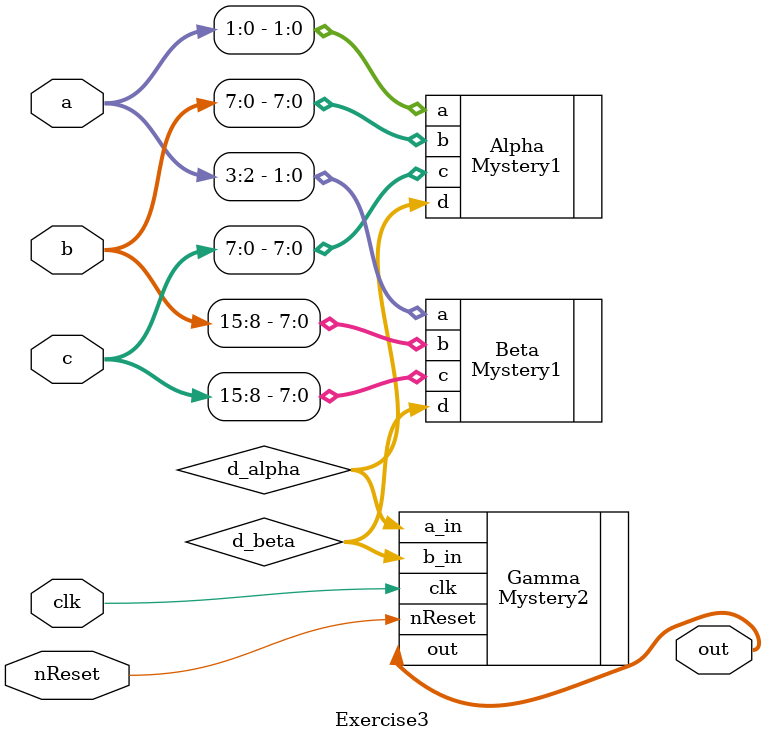
<source format=sv>
module Exercise3 (
    input clk,
    input nReset,
    input [3:0] a,
    input [15:0] b,
    input [15:0] c,
    output [15:0] out
);
    wire [7:0] d_alpha;
    wire [7:0] d_beta;
    
    Mystery1 Alpha(
        .a(a[1:0]),
        .b(b[7:0]),
        .c(c[7:0]),
        .d(d_alpha)
    );
    Mystery1 Beta(
        .a(a[3:2]),
        .b(b[15:8]),
        .c(c[15:8]),
        .d(d_beta)
    );
    Mystery2 Gamma(
        .clk(clk),
        .nReset(nReset),
        .a_in(d_alpha),
        .b_in(d_beta),
        .out(out)
    );

endmodule

</source>
